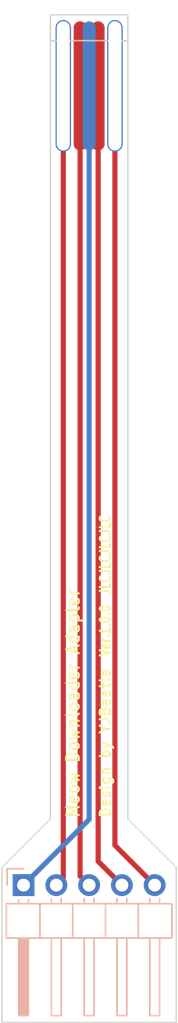
<source format=kicad_pcb>
(kicad_pcb (version 20211014) (generator pcbnew)
  (layers (0 "F.Cu" signal) (31 "B.Cu" signal) (34 "B.Paste" user) (35 "F.Paste" user) (36 "B.SilkS" user "B.Silkscreen") (37 "F.SilkS" user "F.Silkscreen") (38 "B.Mask" user) (39 "F.Mask" user) (44 "Edge.Cuts" user))
  (net 0 "")
  (net 1 "Net-(J1-Pad1)")
  (net 2 "Net-(J1-Pad2)")
  (net 3 "Net-(J1-Pad3)")
  (net 4 "Net-(J1-Pad4)")
  (net 5 "Net-(J1-Pad5)")
  (footprint "Local:moew_adapter_standardized_2" (layer "F.Cu") (at 142.25 71.75)
    (fp_text reference "J2" hide)
    (fp_text value "Conn_01x05_Male" hide)
    (fp_line (start 3 -3.5) (end -3 -3.5) (layer "B.SilkS") (width 0.12))
    (fp_line (start -3 -3.5) (end 3 -3.5) (layer "F.SilkS") (width 0.12))
    (pad "1" smd oval (at 0 0) (size 1 10) (layers "B.Cu" "B.Mask") (net 1 "Net-(J1-Pad1)"))
    (pad "2" thru_hole oval (at -2 0) (size 1.2 10.2) (drill oval 1 10) (layers *.Cu "B.Mask") (net 2 "Net-(J1-Pad2)"))
    (pad "3" smd oval (at -0.7 0) (size 1 10) (layers "F.Cu" "F.Mask") (net 3 "Net-(J1-Pad3)"))
    (pad "4" smd oval (at 0.7 0) (size 1 10) (layers "F.Cu" "F.Mask") (net 4 "Net-(J1-Pad4)"))
    (pad "5" thru_hole oval (at 2 0) (size 1.2 10.2) (drill oval 1 10) (layers *.Cu "B.Mask") (net 5 "Net-(J1-Pad5)"))
  )
  (footprint "YJBeetle:YJBeetle-small" (layer "F.Cu") (at 142.25 136 180)
    (fp_text reference "REF**" hide)
    (fp_text value "YJBeetle-small" hide)
  )
  (footprint "Connector_PinHeader_2.54mm:PinHeader_1x05_P2.54mm_Horizontal" (layer "B.Cu") (at 137.17 133.625 -90)
    (fp_text reference "J1" hide)
    (fp_text value "Conn_01x05_Male" hide)
    (fp_line (start 4.1 -2.16) (end 10.1 -2.16) (layer "B.SilkS") (width 0.12))
    (fp_line (start 1.11 -0.38) (end 1.44 -0.38) (layer "B.SilkS") (width 0.12))
    (fp_line (start 10.1 0.38) (end 10.1 -0.38) (layer "B.SilkS") (width 0.12))
    (fp_line (start 4.1 -11.49) (end 4.1 1.33) (layer "B.SilkS") (width 0.12))
    (fp_line (start 4.1 -7.24) (end 10.1 -7.24) (layer "B.SilkS") (width 0.12))
    (fp_line (start 4.1 -9.78) (end 10.1 -9.78) (layer "B.SilkS") (width 0.12))
    (fp_line (start 4.1 0.2) (end 10.1 0.2) (layer "B.SilkS") (width 0.12))
    (fp_line (start 10.1 -10.54) (end 4.1 -10.54) (layer "B.SilkS") (width 0.12))
    (fp_line (start 1.44 -11.49) (end 4.1 -11.49) (layer "B.SilkS") (width 0.12))
    (fp_line (start 1.042929 -8) (end 1.44 -8) (layer "B.SilkS") (width 0.12))
    (fp_line (start 10.1 -8) (end 4.1 -8) (layer "B.SilkS") (width 0.12))
    (fp_line (start 1.44 -8.89) (end 4.1 -8.89) (layer "B.SilkS") (width 0.12))
    (fp_line (start 10.1 -2.16) (end 10.1 -2.92) (layer "B.SilkS") (width 0.12))
    (fp_line (start 1.042929 -7.24) (end 1.44 -7.24) (layer "B.SilkS") (width 0.12))
    (fp_line (start 4.1 1.33) (end 1.44 1.33) (layer "B.SilkS") (width 0.12))
    (fp_line (start 4.1 -0.16) (end 10.1 -0.16) (layer "B.SilkS") (width 0.12))
    (fp_line (start 1.44 -3.81) (end 4.1 -3.81) (layer "B.SilkS") (width 0.12))
    (fp_line (start -1.27 0) (end -1.27 1.27) (layer "B.SilkS") (width 0.12))
    (fp_line (start 10.1 -9.78) (end 10.1 -10.54) (layer "B.SilkS") (width 0.12))
    (fp_line (start 10.1 -2.92) (end 4.1 -2.92) (layer "B.SilkS") (width 0.12))
    (fp_line (start 1.042929 -2.92) (end 1.44 -2.92) (layer "B.SilkS") (width 0.12))
    (fp_line (start 4.1 0.32) (end 10.1 0.32) (layer "B.SilkS") (width 0.12))
    (fp_line (start 4.1 -0.28) (end 10.1 -0.28) (layer "B.SilkS") (width 0.12))
    (fp_line (start 1.11 0.38) (end 1.44 0.38) (layer "B.SilkS") (width 0.12))
    (fp_line (start 1.042929 -10.54) (end 1.44 -10.54) (layer "B.SilkS") (width 0.12))
    (fp_line (start 10.1 -4.7) (end 10.1 -5.46) (layer "B.SilkS") (width 0.12))
    (fp_line (start 4.1 -4.7) (end 10.1 -4.7) (layer "B.SilkS") (width 0.12))
    (fp_line (start 1.042929 -4.7) (end 1.44 -4.7) (layer "B.SilkS") (width 0.12))
    (fp_line (start 1.042929 -5.46) (end 1.44 -5.46) (layer "B.SilkS") (width 0.12))
    (fp_line (start 4.1 0.08) (end 10.1 0.08) (layer "B.SilkS") (width 0.12))
    (fp_line (start 1.042929 -9.78) (end 1.44 -9.78) (layer "B.SilkS") (width 0.12))
    (fp_line (start 10.1 -7.24) (end 10.1 -8) (layer "B.SilkS") (width 0.12))
    (fp_line (start 4.1 -0.04) (end 10.1 -0.04) (layer "B.SilkS") (width 0.12))
    (fp_line (start -1.27 1.27) (end 0 1.27) (layer "B.SilkS") (width 0.12))
    (fp_line (start 1.44 -6.35) (end 4.1 -6.35) (layer "B.SilkS") (width 0.12))
    (fp_line (start 1.44 -1.27) (end 4.1 -1.27) (layer "B.SilkS") (width 0.12))
    (fp_line (start 1.042929 -2.16) (end 1.44 -2.16) (layer "B.SilkS") (width 0.12))
    (fp_line (start 1.44 1.33) (end 1.44 -11.49) (layer "B.SilkS") (width 0.12))
    (fp_line (start 10.1 -0.38) (end 4.1 -0.38) (layer "B.SilkS") (width 0.12))
    (fp_line (start 10.1 -5.46) (end 4.1 -5.46) (layer "B.SilkS") (width 0.12))
    (fp_line (start 4.1 0.38) (end 10.1 0.38) (layer "B.SilkS") (width 0.12))
    (pad "1" thru_hole rect (at 0 0 270) (size 1.7 1.7) (drill 1) (layers *.Cu *.Mask) (net 1 "Net-(J1-Pad1)"))
    (pad "2" thru_hole oval (at 0 -2.54 270) (size 1.7 1.7) (drill 1) (layers *.Cu *.Mask) (net 2 "Net-(J1-Pad2)"))
    (pad "3" thru_hole oval (at 0 -5.08 270) (size 1.7 1.7) (drill 1) (layers *.Cu *.Mask) (net 3 "Net-(J1-Pad3)"))
    (pad "4" thru_hole oval (at 0 -7.62 270) (size 1.7 1.7) (drill 1) (layers *.Cu *.Mask) (net 4 "Net-(J1-Pad4)"))
    (pad "5" thru_hole oval (at 0 -10.16 270) (size 1.7 1.7) (drill 1) (layers *.Cu *.Mask) (net 5 "Net-(J1-Pad5)"))
  )
  (gr_poly (pts (xy 145.25 66.25) (xy 145.25 128.5) (xy 149 132.25) (xy 149 144.25) (xy 135.5 144.25) (xy 135.5 132.25) (xy 139.25 128.5) (xy 139.25 66.25)) (layer "Edge.Cuts") (width 0.1) (fill none))
  (gr_text "Design by YJBeetle" (at 143.5 128.5 90) (layer "F.SilkS") (effects (font (size 0.8 0.8)) (justify left)))
  (gr_text "Meow Downloader Adapter" (at 141 128.5 90) (layer "F.SilkS") (effects (font (size 1 0.9)) (justify left)))
  (gr_text "Ver.1.0.0" (at 143.5 116 90) (layer "F.SilkS") (effects (font (size 0.8 0.6)) (justify left)))
  (gr_text "JLCJLCJLCJLC" (at 143.5 111.25 90) (layer "F.SilkS") (effects (font (size 0.8 0.6)) (justify left)))
  (segment (start 142.25 128.545) (end 137.17 133.625) (width 0.4) (layer "B.Cu") (net 1))
  (segment (start 142.25 71.75) (end 142.25 128.545) (width 0.4) (layer "B.Cu") (net 1))
  (segment (start 140.25 71.75) (end 140.25 133.085) (width 0.4) (layer "F.Cu") (net 2))
  (segment (start 140.25 133.085) (end 139.71 133.625) (width 0.4) (layer "F.Cu") (net 2))
  (segment (start 141.55 132.925) (end 141.55 71.75) (width 0.4) (layer "F.Cu") (net 3))
  (segment (start 142.25 133.625) (end 141.55 132.925) (width 0.4) (layer "F.Cu") (net 3))
  (segment (start 142.95 71.75) (end 142.95 131.785) (width 0.4) (layer "F.Cu") (net 4))
  (segment (start 142.95 131.785) (end 144.79 133.625) (width 0.4) (layer "F.Cu") (net 4))
  (segment (start 147.33 133.625) (end 144.25 130.545) (width 0.4) (layer "F.Cu") (net 5))
  (segment (start 144.25 130.545) (end 144.25 71.75) (width 0.4) (layer "F.Cu") (net 5))
)
</source>
